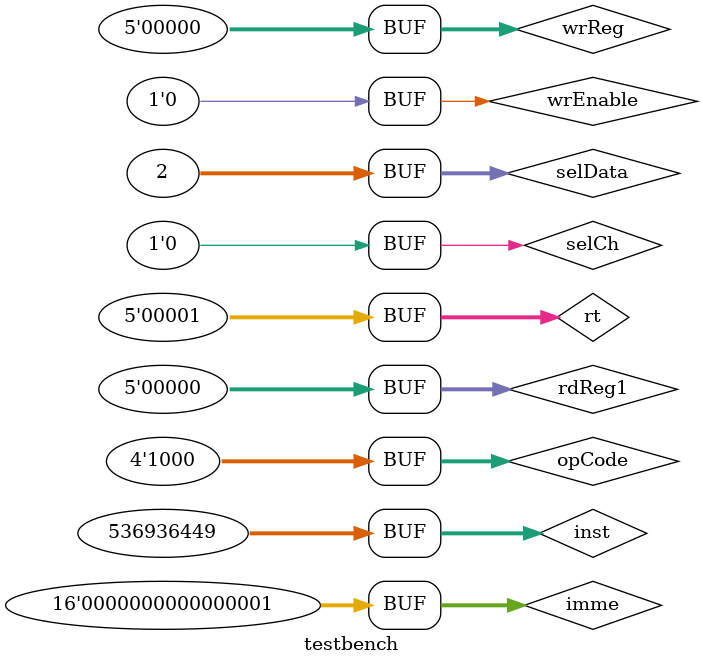
<source format=v>
module testbench;

reg [31:0] inst;
reg [3:0] opCode;
// reg [4:0] rs;
reg [4:0] rt;
reg [15:0] imme;

reg wrEnable;
reg [4:0] wrReg;
reg [4:0] rdReg1;
reg [31:0] selData;
reg selCh;
wire [31:0] result;

project p1(wrEnable, wrReg, rdReg1, imme, opCode, result, selCh, selData);

initial begin

    $monitor("rs_data=2 imme=%b add_result=%b", imme, result);
        selCh = 0;
    #10 inst = 32'b00100000000000010000000000000001;
    //write some value in register 0
    #10 wrEnable = 1;  
	    wrReg = 0;
	    selData = 2;
    #10 wrEnable = 0;
        opCode = inst[31:26];
        rdReg1 = inst[25:21];
        rt = inst[20:16];
        imme = inst[15:0];
end

endmodule
</source>
